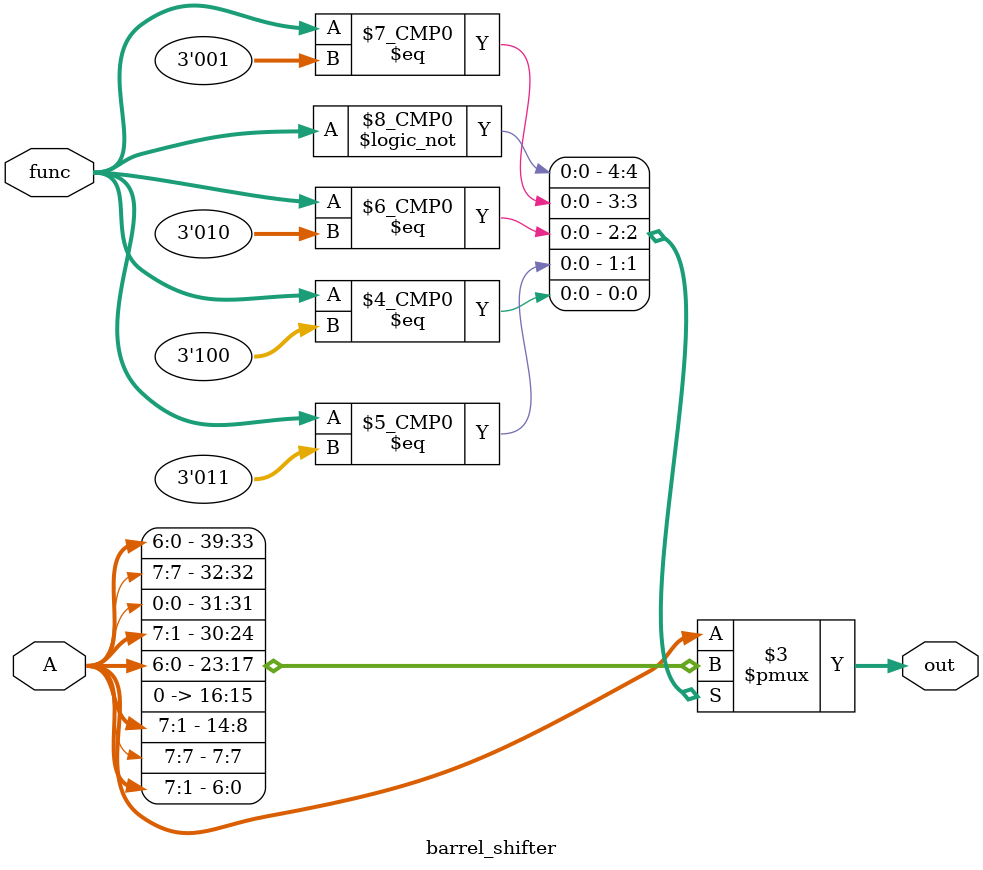
<source format=v>
module barrel_shifter(A,func,out);
	input wire [7:0] A;
	input wire [2:0] func;
	output reg [7:0] out;
	
	always @(*)
		begin
			case(func)
			3'b000:
				out = {A[6:0],A[7]};
			3'b001:
				out = {A[0],A[7:1]};
			3'b010:
				out = {A[6:0],1'b0};
			3'b011:
				out = {1'b0,A[7:1]};
			3'b100:
				out = {A[7],A[7:1]};
			default:
				out = A[7:0];
			endcase
		end
endmodule

			
				
	
	
</source>
